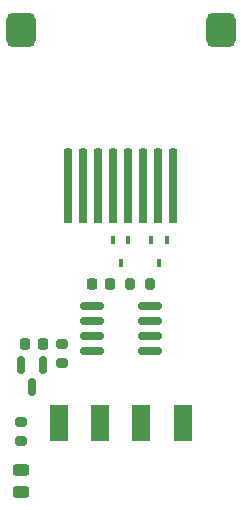
<source format=gbr>
%TF.GenerationSoftware,KiCad,Pcbnew,(7.0.0)*%
%TF.CreationDate,2024-01-19T13:27:31-08:00*%
%TF.ProjectId,M.E.S.S.I Basic,4d2e452e-532e-4532-9e49-204261736963,rev?*%
%TF.SameCoordinates,Original*%
%TF.FileFunction,Paste,Top*%
%TF.FilePolarity,Positive*%
%FSLAX46Y46*%
G04 Gerber Fmt 4.6, Leading zero omitted, Abs format (unit mm)*
G04 Created by KiCad (PCBNEW (7.0.0)) date 2024-01-19 13:27:31*
%MOMM*%
%LPD*%
G01*
G04 APERTURE LIST*
G04 Aperture macros list*
%AMRoundRect*
0 Rectangle with rounded corners*
0 $1 Rounding radius*
0 $2 $3 $4 $5 $6 $7 $8 $9 X,Y pos of 4 corners*
0 Add a 4 corners polygon primitive as box body*
4,1,4,$2,$3,$4,$5,$6,$7,$8,$9,$2,$3,0*
0 Add four circle primitives for the rounded corners*
1,1,$1+$1,$2,$3*
1,1,$1+$1,$4,$5*
1,1,$1+$1,$6,$7*
1,1,$1+$1,$8,$9*
0 Add four rect primitives between the rounded corners*
20,1,$1+$1,$2,$3,$4,$5,0*
20,1,$1+$1,$4,$5,$6,$7,0*
20,1,$1+$1,$6,$7,$8,$9,0*
20,1,$1+$1,$8,$9,$2,$3,0*%
G04 Aperture macros list end*
%ADD10RoundRect,0.225000X0.225000X0.250000X-0.225000X0.250000X-0.225000X-0.250000X0.225000X-0.250000X0*%
%ADD11RoundRect,0.200000X0.200000X0.275000X-0.200000X0.275000X-0.200000X-0.275000X0.200000X-0.275000X0*%
%ADD12R,0.450000X0.700000*%
%ADD13RoundRect,0.218750X-0.218750X-0.256250X0.218750X-0.256250X0.218750X0.256250X-0.218750X0.256250X0*%
%ADD14RoundRect,0.243750X0.456250X-0.243750X0.456250X0.243750X-0.456250X0.243750X-0.456250X-0.243750X0*%
%ADD15R,1.498600X3.098800*%
%ADD16RoundRect,0.200000X-0.275000X0.200000X-0.275000X-0.200000X0.275000X-0.200000X0.275000X0.200000X0*%
%ADD17RoundRect,0.150000X-0.150000X0.587500X-0.150000X-0.587500X0.150000X-0.587500X0.150000X0.587500X0*%
%ADD18RoundRect,0.190000X0.190000X2.985000X-0.190000X2.985000X-0.190000X-2.985000X0.190000X-2.985000X0*%
%ADD19RoundRect,0.635000X0.635000X0.835000X-0.635000X0.835000X-0.635000X-0.835000X0.635000X-0.835000X0*%
%ADD20RoundRect,0.150000X-0.825000X-0.150000X0.825000X-0.150000X0.825000X0.150000X-0.825000X0.150000X0*%
G04 APERTURE END LIST*
D10*
%TO.C,C1*%
X109075000Y-76750000D03*
X107525000Y-76750000D03*
%TD*%
D11*
%TO.C,R3*%
X112475000Y-76750000D03*
X110825000Y-76750000D03*
%TD*%
D12*
%TO.C,TVS2*%
X113899999Y-72999999D03*
X112599999Y-72999999D03*
X113249999Y-74999999D03*
%TD*%
D13*
%TO.C,D1*%
X101882500Y-81787500D03*
X103457500Y-81787500D03*
%TD*%
D12*
%TO.C,TVS1*%
X110649999Y-72999999D03*
X109349999Y-72999999D03*
X109999999Y-74999999D03*
%TD*%
D14*
%TO.C,D2*%
X101550000Y-94362500D03*
X101550000Y-92487500D03*
%TD*%
D15*
%TO.C,J1*%
X104749999Y-88554619D03*
X108250000Y-88554619D03*
X111750001Y-88554619D03*
X115250001Y-88554619D03*
%TD*%
D16*
%TO.C,R1*%
X101550000Y-88400000D03*
X101550000Y-90050000D03*
%TD*%
D17*
%TO.C,Q1*%
X103450000Y-83600000D03*
X101550000Y-83600000D03*
X102500000Y-85475000D03*
%TD*%
D16*
%TO.C,R2*%
X105000000Y-81787500D03*
X105000000Y-83437500D03*
%TD*%
D18*
%TO.C,J2*%
X114445000Y-68475000D03*
X113175000Y-68475000D03*
X111905000Y-68475000D03*
X110635000Y-68475000D03*
X109365000Y-68475000D03*
X108095000Y-68475000D03*
X106825000Y-68475000D03*
X105555000Y-68475000D03*
D19*
X118465000Y-55200000D03*
X101535000Y-55200000D03*
%TD*%
D20*
%TO.C,U1*%
X107525000Y-78595000D03*
X107525000Y-79865000D03*
X107525000Y-81135000D03*
X107525000Y-82405000D03*
X112475000Y-82405000D03*
X112475000Y-81135000D03*
X112475000Y-79865000D03*
X112475000Y-78595000D03*
%TD*%
M02*

</source>
